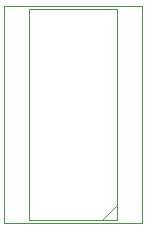
<source format=gbr>
G04 #@! TF.GenerationSoftware,KiCad,Pcbnew,(5.1.4)-1*
G04 #@! TF.CreationDate,2019-11-01T17:51:28+00:00*
G04 #@! TF.ProjectId,canbus_boiler_switch,63616e62-7573-45f6-926f-696c65725f73,rev?*
G04 #@! TF.SameCoordinates,Original*
G04 #@! TF.FileFunction,Drawing*
%FSLAX46Y46*%
G04 Gerber Fmt 4.6, Leading zero omitted, Abs format (unit mm)*
G04 Created by KiCad (PCBNEW (5.1.4)-1) date 2019-11-01 17:51:28*
%MOMM*%
%LPD*%
G04 APERTURE LIST*
%ADD10C,0.100000*%
%ADD11C,0.050000*%
G04 APERTURE END LIST*
D10*
X74719000Y-145983000D02*
X73449000Y-147253000D01*
X74719000Y-129353000D02*
X74719000Y-147253000D01*
X67219000Y-129353000D02*
X74719000Y-129353000D01*
X67219000Y-147253000D02*
X67219000Y-129353000D01*
X74719000Y-147253000D02*
X67219000Y-147253000D01*
D11*
X76819000Y-129103000D02*
X76819000Y-147503000D01*
X65119000Y-129103000D02*
X76819000Y-129103000D01*
X65119000Y-147503000D02*
X65119000Y-129103000D01*
X76819000Y-147503000D02*
X65119000Y-147503000D01*
M02*

</source>
